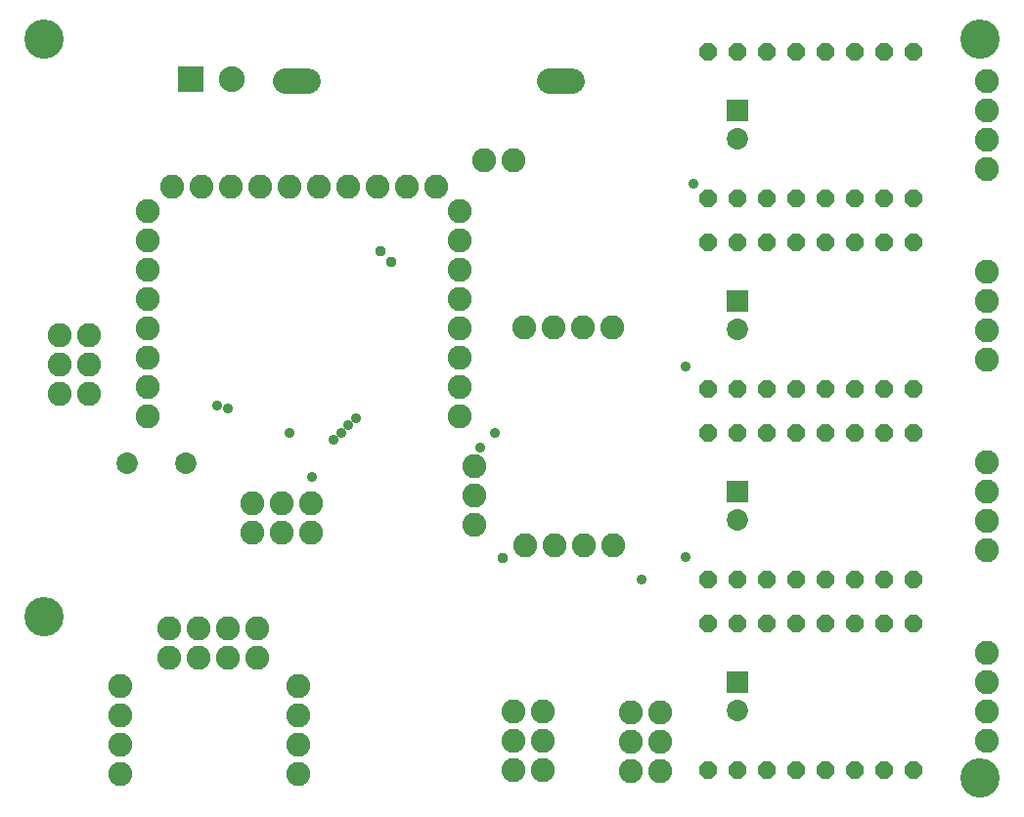
<source format=gbr>
G04 EAGLE Gerber X2 export*
%TF.Part,Single*%
%TF.FileFunction,Soldermask,Bot,1*%
%TF.FilePolarity,Negative*%
%TF.GenerationSoftware,Autodesk,EAGLE,9.1.0*%
%TF.CreationDate,2018-11-01T15:44:49Z*%
G75*
%MOMM*%
%FSLAX34Y34*%
%LPD*%
%AMOC8*
5,1,8,0,0,1.08239X$1,22.5*%
G01*
%ADD10C,3.403200*%
%ADD11C,2.082800*%
%ADD12R,2.235200X2.235200*%
%ADD13C,2.235200*%
%ADD14C,1.854200*%
%ADD15R,1.854200X1.854200*%
%ADD16C,2.184400*%
%ADD17P,1.594577X8X112.500000*%
%ADD18C,0.959600*%
%ADD19C,0.909600*%


D10*
X-130000Y760000D03*
X680000Y760000D03*
X680000Y120000D03*
X-130000Y260000D03*
D11*
X286500Y321300D03*
X311900Y321300D03*
X337300Y321300D03*
X362700Y321300D03*
D12*
X-2762Y725435D03*
D13*
X32238Y725435D03*
D14*
X469900Y673300D03*
D15*
X469900Y698300D03*
D14*
X469900Y508200D03*
D15*
X469900Y533200D03*
D14*
X469900Y343100D03*
D15*
X469900Y368100D03*
D14*
X469900Y178000D03*
D15*
X469900Y203000D03*
D11*
X685800Y723900D03*
X685800Y698500D03*
X685800Y673100D03*
X685800Y647700D03*
X685800Y558800D03*
X685800Y533400D03*
X685800Y508000D03*
X685800Y482600D03*
X685800Y393700D03*
X685800Y368300D03*
X685800Y342900D03*
X685800Y317500D03*
X685800Y228600D03*
X685800Y203200D03*
X685800Y177800D03*
X685800Y152400D03*
X101093Y358325D03*
X101093Y332925D03*
X75693Y358325D03*
X75693Y332925D03*
X50293Y358325D03*
X50293Y332925D03*
X-64263Y199565D03*
X-64263Y174165D03*
X-64263Y148765D03*
X-64263Y123365D03*
X89992Y123058D03*
X89992Y148458D03*
X89992Y173858D03*
X89992Y199258D03*
X-21710Y224035D03*
X-21710Y249435D03*
X3690Y224035D03*
X3690Y249435D03*
X29090Y224035D03*
X29090Y249435D03*
X54490Y224035D03*
X54490Y249435D03*
X250700Y655250D03*
X276100Y655250D03*
D16*
X98806Y723900D02*
X78994Y723900D01*
X307594Y723900D02*
X327406Y723900D01*
D11*
X-91004Y452336D03*
X-116404Y452336D03*
X-91004Y477736D03*
X-116404Y477736D03*
X-91004Y503136D03*
X-116404Y503136D03*
X285750Y510700D03*
X311150Y510700D03*
X336550Y510700D03*
X361950Y510700D03*
X403000Y125800D03*
X377600Y125800D03*
X403000Y151200D03*
X377600Y151200D03*
X403000Y176600D03*
X377600Y176600D03*
X-40307Y611111D03*
X-40307Y585711D03*
X-40307Y560311D03*
X-40307Y534911D03*
X-40307Y509511D03*
X-40307Y484111D03*
X-40307Y458711D03*
X-40307Y433311D03*
X229711Y433207D03*
X229711Y458607D03*
X229711Y484007D03*
X229711Y509407D03*
X229711Y534807D03*
X229711Y560207D03*
X229711Y585607D03*
X229711Y611007D03*
X209093Y632611D03*
X183693Y632611D03*
X158293Y632611D03*
X132893Y632611D03*
X107493Y632611D03*
X82093Y632611D03*
X56693Y632611D03*
X31293Y632611D03*
X5893Y632611D03*
X-19507Y632611D03*
X242700Y339300D03*
X242700Y364700D03*
X242700Y390100D03*
D17*
X444500Y622300D03*
X469900Y622300D03*
X495300Y622300D03*
X520700Y622300D03*
X546100Y622300D03*
X571500Y622300D03*
X596900Y622300D03*
X622300Y622300D03*
X444500Y749300D03*
X469900Y749300D03*
X495300Y749300D03*
X520700Y749300D03*
X546100Y749300D03*
X571500Y749300D03*
X596900Y749300D03*
X622300Y749300D03*
X444500Y457200D03*
X469900Y457200D03*
X495300Y457200D03*
X520700Y457200D03*
X546100Y457200D03*
X571500Y457200D03*
X596900Y457200D03*
X622300Y457200D03*
X444500Y584200D03*
X469900Y584200D03*
X495300Y584200D03*
X520700Y584200D03*
X546100Y584200D03*
X571500Y584200D03*
X596900Y584200D03*
X622300Y584200D03*
X444500Y292100D03*
X469900Y292100D03*
X495300Y292100D03*
X520700Y292100D03*
X546100Y292100D03*
X571500Y292100D03*
X596900Y292100D03*
X622300Y292100D03*
X444500Y419100D03*
X469900Y419100D03*
X495300Y419100D03*
X520700Y419100D03*
X546100Y419100D03*
X571500Y419100D03*
X596900Y419100D03*
X622300Y419100D03*
X444500Y127000D03*
X469900Y127000D03*
X495300Y127000D03*
X520700Y127000D03*
X546100Y127000D03*
X571500Y127000D03*
X596900Y127000D03*
X622300Y127000D03*
X444500Y254000D03*
X469900Y254000D03*
X495300Y254000D03*
X520700Y254000D03*
X546100Y254000D03*
X571500Y254000D03*
X596900Y254000D03*
X622300Y254000D03*
D14*
X-6835Y392393D03*
X-57635Y392393D03*
D11*
X302079Y126347D03*
X276679Y126347D03*
X302079Y151747D03*
X276679Y151747D03*
X302079Y177147D03*
X276679Y177147D03*
D18*
X161544Y576072D03*
D19*
X29484Y439651D03*
D18*
X170688Y566928D03*
D19*
X20004Y442303D03*
D18*
X266820Y310230D03*
D19*
X120650Y412750D03*
X82550Y419100D03*
X425450Y311150D03*
X387350Y292100D03*
X127000Y419100D03*
X425450Y476250D03*
X247650Y406400D03*
X133350Y425450D03*
X431800Y635000D03*
X260350Y419100D03*
X139700Y431800D03*
X101600Y381000D03*
M02*

</source>
